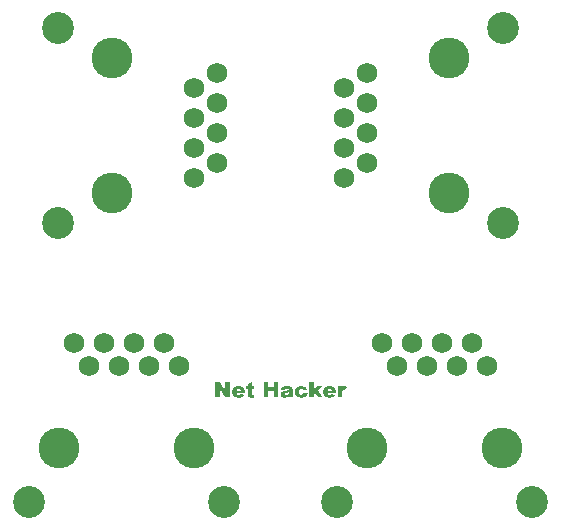
<source format=gbs>
G04 Layer_Color=16711935*
%FSLAX25Y25*%
%MOIN*%
G70*
G01*
G75*
%ADD14C,0.13595*%
%ADD15C,0.10642*%
%ADD16C,0.06800*%
G36*
X372898Y298246D02*
X372694Y298228D01*
X372509Y298200D01*
X372361Y298172D01*
X372241Y298135D01*
X372148Y298108D01*
X372093Y298089D01*
X372083Y298080D01*
X372074D01*
X371982Y298033D01*
X371889Y297987D01*
X371797Y297932D01*
X371723Y297876D01*
X371658Y297830D01*
X371612Y297793D01*
X371575Y297765D01*
X371566Y297756D01*
X371482Y297673D01*
X371408Y297580D01*
X371334Y297497D01*
X371279Y297423D01*
X371233Y297358D01*
X371205Y297303D01*
X371186Y297266D01*
X371177Y297256D01*
X371112Y297109D01*
X371066Y296951D01*
X371038Y296794D01*
X371020Y296646D01*
X371001Y296516D01*
X370992Y296406D01*
Y296369D01*
Y296341D01*
Y296322D01*
Y296313D01*
X371001Y296119D01*
X371020Y295952D01*
X371038Y295804D01*
X371075Y295675D01*
X371103Y295573D01*
X371122Y295508D01*
X371140Y295462D01*
X371149Y295444D01*
X371214Y295323D01*
X371288Y295221D01*
X371353Y295120D01*
X371427Y295037D01*
X371492Y294963D01*
X371538Y294916D01*
X371575Y294879D01*
X371584Y294870D01*
X371695Y294787D01*
X371806Y294713D01*
X371917Y294657D01*
X372019Y294602D01*
X372111Y294565D01*
X372185Y294537D01*
X372232Y294528D01*
X372250Y294518D01*
X372407Y294481D01*
X372574Y294463D01*
X372731Y294444D01*
X372888Y294426D01*
X373027D01*
X373138Y294417D01*
X373231D01*
X373443Y294426D01*
X373638Y294444D01*
X373804Y294472D01*
X373952Y294500D01*
X374063Y294528D01*
X374146Y294555D01*
X374202Y294574D01*
X374220Y294583D01*
X374359Y294648D01*
X374488Y294731D01*
X374600Y294805D01*
X374692Y294879D01*
X374766Y294953D01*
X374821Y295009D01*
X374858Y295046D01*
X374868Y295055D01*
X374960Y295175D01*
X375034Y295305D01*
X375099Y295425D01*
X375154Y295545D01*
X375191Y295647D01*
X375219Y295721D01*
X375229Y295777D01*
X375238Y295795D01*
X373897Y295943D01*
X373860Y295841D01*
X373813Y295749D01*
X373758Y295675D01*
X373711Y295619D01*
X373675Y295564D01*
X373638Y295536D01*
X373619Y295517D01*
X373610Y295508D01*
X373536Y295462D01*
X373462Y295425D01*
X373378Y295407D01*
X373314Y295388D01*
X373249Y295379D01*
X373194Y295370D01*
X373147D01*
X373027Y295379D01*
X372925Y295407D01*
X372833Y295444D01*
X372749Y295490D01*
X372685Y295527D01*
X372639Y295564D01*
X372611Y295591D01*
X372602Y295601D01*
X372528Y295693D01*
X372481Y295804D01*
X372444Y295915D01*
X372416Y296026D01*
X372398Y296128D01*
X372389Y296211D01*
Y296267D01*
Y296276D01*
Y296285D01*
X372398Y296461D01*
X372426Y296618D01*
X372453Y296748D01*
X372500Y296859D01*
X372537Y296942D01*
X372565Y296997D01*
X372592Y297035D01*
X372602Y297044D01*
X372685Y297127D01*
X372777Y297192D01*
X372870Y297229D01*
X372962Y297266D01*
X373045Y297284D01*
X373110Y297293D01*
X373166D01*
X373268Y297284D01*
X373351Y297275D01*
X373425Y297256D01*
X373489Y297229D01*
X373545Y297201D01*
X373582Y297182D01*
X373601Y297173D01*
X373610Y297164D01*
X373665Y297118D01*
X373721Y297062D01*
X373785Y296942D01*
X373813Y296896D01*
X373832Y296849D01*
X373841Y296822D01*
Y296813D01*
X375164Y296988D01*
X375080Y297210D01*
X374979Y297395D01*
X374868Y297562D01*
X374757Y297691D01*
X374655Y297793D01*
X374572Y297876D01*
X374516Y297913D01*
X374507Y297932D01*
X374498D01*
X374405Y297987D01*
X374304Y298043D01*
X374081Y298117D01*
X373860Y298172D01*
X373638Y298218D01*
X373536Y298228D01*
X373434Y298237D01*
X373351Y298246D01*
X373277D01*
X373212Y298255D01*
X373129D01*
X372898Y298246D01*
D02*
G37*
G36*
X355313Y298838D02*
Y298172D01*
X354795D01*
Y297146D01*
X355313D01*
Y295850D01*
X355323Y295638D01*
X355332Y295453D01*
X355350Y295296D01*
X355369Y295166D01*
X355387Y295074D01*
X355406Y295009D01*
X355424Y294963D01*
Y294953D01*
X355470Y294861D01*
X355535Y294777D01*
X355591Y294704D01*
X355656Y294648D01*
X355711Y294602D01*
X355757Y294574D01*
X355785Y294555D01*
X355794Y294546D01*
X355896Y294500D01*
X356026Y294472D01*
X356146Y294444D01*
X356275Y294435D01*
X356396Y294426D01*
X356488Y294417D01*
X356571D01*
X356747Y294426D01*
X356913Y294435D01*
X357080Y294454D01*
X357228Y294472D01*
X357358Y294491D01*
X357459Y294509D01*
X357496Y294518D01*
X357524Y294528D01*
X357552D01*
X357441Y295499D01*
X357339Y295471D01*
X357256Y295453D01*
X357182Y295434D01*
X357117Y295425D01*
X357071D01*
X357034Y295416D01*
X357006D01*
X356950Y295425D01*
X356895Y295434D01*
X356821Y295471D01*
X356784Y295508D01*
X356766Y295527D01*
X356756Y295564D01*
X356747Y295610D01*
X356738Y295712D01*
X356729Y295758D01*
Y295804D01*
Y295832D01*
Y295841D01*
Y297146D01*
X357505D01*
Y298172D01*
X356729D01*
Y299569D01*
X355313Y298838D01*
D02*
G37*
G36*
X382332Y298246D02*
X382166Y298237D01*
X382009Y298209D01*
X381861Y298172D01*
X381722Y298135D01*
X381602Y298089D01*
X381482Y298033D01*
X381380Y297987D01*
X381287Y297941D01*
X381213Y297885D01*
X381139Y297839D01*
X381084Y297802D01*
X381037Y297765D01*
X381010Y297747D01*
X380991Y297728D01*
X380982Y297719D01*
X380890Y297617D01*
X380806Y297506D01*
X380732Y297395D01*
X380667Y297275D01*
X380612Y297155D01*
X380566Y297044D01*
X380501Y296822D01*
X380483Y296720D01*
X380464Y296627D01*
X380455Y296535D01*
X380446Y296461D01*
X380436Y296406D01*
Y296359D01*
Y296332D01*
Y296322D01*
X380446Y296100D01*
X380483Y295906D01*
X380520Y295721D01*
X380575Y295573D01*
X380621Y295444D01*
X380667Y295351D01*
X380677Y295314D01*
X380695Y295286D01*
X380704Y295277D01*
Y295268D01*
X380816Y295111D01*
X380926Y294981D01*
X381047Y294870D01*
X381158Y294777D01*
X381250Y294713D01*
X381333Y294657D01*
X381380Y294630D01*
X381398Y294620D01*
X381565Y294555D01*
X381750Y294500D01*
X381944Y294463D01*
X382129Y294444D01*
X382295Y294426D01*
X382360D01*
X382425Y294417D01*
X382702D01*
X382841Y294426D01*
X382980Y294435D01*
X383100Y294454D01*
X383221Y294472D01*
X383322Y294491D01*
X383415Y294518D01*
X383507Y294537D01*
X383581Y294555D01*
X383646Y294583D01*
X383701Y294602D01*
X383748Y294620D01*
X383785Y294639D01*
X383812Y294648D01*
X383822Y294657D01*
X383831D01*
X383998Y294759D01*
X384145Y294879D01*
X384275Y295018D01*
X384386Y295147D01*
X384478Y295268D01*
X384553Y295360D01*
X384571Y295397D01*
X384590Y295425D01*
X384608Y295444D01*
Y295453D01*
X383221Y295582D01*
X383174Y295517D01*
X383119Y295471D01*
X383082Y295425D01*
X383045Y295397D01*
X382989Y295351D01*
X382980Y295342D01*
X382971D01*
X382897Y295305D01*
X382832Y295286D01*
X382712Y295249D01*
X382656D01*
X382619Y295240D01*
X382582D01*
X382462Y295249D01*
X382360Y295277D01*
X382268Y295314D01*
X382194Y295360D01*
X382129Y295407D01*
X382083Y295444D01*
X382055Y295471D01*
X382046Y295480D01*
X381999Y295554D01*
X381962Y295628D01*
X381907Y295795D01*
X381889Y295869D01*
X381879Y295934D01*
X381870Y295971D01*
Y295989D01*
X384691D01*
Y296146D01*
X384682Y296406D01*
X384654Y296637D01*
X384617Y296831D01*
X384571Y297007D01*
X384525Y297136D01*
X384506Y297192D01*
X384488Y297238D01*
X384469Y297275D01*
X384460Y297303D01*
X384451Y297312D01*
Y297321D01*
X384349Y297479D01*
X384238Y297617D01*
X384127Y297738D01*
X384007Y297839D01*
X383905Y297913D01*
X383822Y297969D01*
X383766Y298006D01*
X383757Y298015D01*
X383748D01*
X383563Y298098D01*
X383359Y298154D01*
X383156Y298200D01*
X382962Y298228D01*
X382786Y298246D01*
X382702D01*
X382638Y298255D01*
X382508D01*
X382332Y298246D01*
D02*
G37*
G36*
X352020D02*
X351854Y298237D01*
X351696Y298209D01*
X351549Y298172D01*
X351410Y298135D01*
X351290Y298089D01*
X351169Y298033D01*
X351067Y297987D01*
X350975Y297941D01*
X350901Y297885D01*
X350827Y297839D01*
X350771Y297802D01*
X350725Y297765D01*
X350697Y297747D01*
X350679Y297728D01*
X350670Y297719D01*
X350577Y297617D01*
X350494Y297506D01*
X350420Y297395D01*
X350355Y297275D01*
X350300Y297155D01*
X350254Y297044D01*
X350189Y296822D01*
X350170Y296720D01*
X350152Y296627D01*
X350143Y296535D01*
X350133Y296461D01*
X350124Y296406D01*
Y296359D01*
Y296332D01*
Y296322D01*
X350133Y296100D01*
X350170Y295906D01*
X350207Y295721D01*
X350263Y295573D01*
X350309Y295444D01*
X350355Y295351D01*
X350364Y295314D01*
X350383Y295286D01*
X350392Y295277D01*
Y295268D01*
X350503Y295111D01*
X350614Y294981D01*
X350734Y294870D01*
X350846Y294777D01*
X350938Y294713D01*
X351021Y294657D01*
X351067Y294630D01*
X351086Y294620D01*
X351253Y294555D01*
X351437Y294500D01*
X351632Y294463D01*
X351817Y294444D01*
X351983Y294426D01*
X352048D01*
X352113Y294417D01*
X352390D01*
X352529Y294426D01*
X352668Y294435D01*
X352788Y294454D01*
X352908Y294472D01*
X353010Y294491D01*
X353102Y294518D01*
X353195Y294537D01*
X353269Y294555D01*
X353334Y294583D01*
X353389Y294602D01*
X353435Y294620D01*
X353472Y294639D01*
X353500Y294648D01*
X353509Y294657D01*
X353519D01*
X353685Y294759D01*
X353833Y294879D01*
X353963Y295018D01*
X354074Y295147D01*
X354166Y295268D01*
X354240Y295360D01*
X354259Y295397D01*
X354277Y295425D01*
X354296Y295444D01*
Y295453D01*
X352908Y295582D01*
X352862Y295517D01*
X352806Y295471D01*
X352769Y295425D01*
X352732Y295397D01*
X352677Y295351D01*
X352668Y295342D01*
X352659D01*
X352585Y295305D01*
X352520Y295286D01*
X352399Y295249D01*
X352344D01*
X352307Y295240D01*
X352270D01*
X352150Y295249D01*
X352048Y295277D01*
X351956Y295314D01*
X351882Y295360D01*
X351817Y295407D01*
X351770Y295444D01*
X351743Y295471D01*
X351733Y295480D01*
X351687Y295554D01*
X351650Y295628D01*
X351595Y295795D01*
X351576Y295869D01*
X351567Y295934D01*
X351558Y295971D01*
Y295989D01*
X354379D01*
Y296146D01*
X354370Y296406D01*
X354342Y296637D01*
X354305Y296831D01*
X354259Y297007D01*
X354212Y297136D01*
X354194Y297192D01*
X354175Y297238D01*
X354157Y297275D01*
X354148Y297303D01*
X354138Y297312D01*
Y297321D01*
X354037Y297479D01*
X353926Y297617D01*
X353815Y297738D01*
X353695Y297839D01*
X353593Y297913D01*
X353509Y297969D01*
X353454Y298006D01*
X353445Y298015D01*
X353435D01*
X353251Y298098D01*
X353047Y298154D01*
X352843Y298200D01*
X352649Y298228D01*
X352473Y298246D01*
X352390D01*
X352326Y298255D01*
X352196D01*
X352020Y298246D01*
D02*
G37*
G36*
X387457D02*
X387365Y298237D01*
X387272Y298209D01*
X387198Y298182D01*
X387142Y298154D01*
X387096Y298135D01*
X387069Y298117D01*
X387059Y298108D01*
X386985Y298043D01*
X386920Y297959D01*
X386791Y297784D01*
X386745Y297701D01*
X386708Y297636D01*
X386680Y297589D01*
X386671Y297571D01*
Y298172D01*
X385357D01*
Y294500D01*
X386772D01*
Y295730D01*
Y295887D01*
X386782Y296036D01*
X386791Y296165D01*
X386809Y296285D01*
X386819Y296396D01*
X386837Y296498D01*
X386856Y296581D01*
X386883Y296665D01*
X386902Y296729D01*
X386920Y296785D01*
X386939Y296831D01*
X386948Y296868D01*
X386976Y296914D01*
X386985Y296933D01*
X387050Y297007D01*
X387124Y297062D01*
X387189Y297109D01*
X387263Y297136D01*
X387328Y297155D01*
X387374Y297164D01*
X387475D01*
X387540Y297146D01*
X387670Y297109D01*
X387725Y297090D01*
X387772Y297072D01*
X387799Y297062D01*
X387808Y297053D01*
X388252Y298061D01*
X388114Y298126D01*
X387984Y298172D01*
X387873Y298209D01*
X387772Y298228D01*
X387688Y298246D01*
X387624Y298255D01*
X387568D01*
X387457Y298246D01*
D02*
G37*
G36*
X367976D02*
X367856Y298237D01*
X367745Y298228D01*
X367653Y298209D01*
X367579Y298200D01*
X367542Y298191D01*
X367523D01*
X367403Y298172D01*
X367301Y298145D01*
X367209Y298117D01*
X367135Y298089D01*
X367079Y298061D01*
X367033Y298043D01*
X367005Y298033D01*
X366996Y298024D01*
X366903Y297969D01*
X366820Y297904D01*
X366746Y297849D01*
X366691Y297793D01*
X366645Y297747D01*
X366607Y297710D01*
X366589Y297682D01*
X366580Y297673D01*
X366533Y297589D01*
X366487Y297497D01*
X366450Y297405D01*
X366423Y297321D01*
X366395Y297238D01*
X366386Y297173D01*
X366367Y297136D01*
Y297118D01*
X367718Y296979D01*
X367745Y297062D01*
X367782Y297127D01*
X367819Y297182D01*
X367856Y297229D01*
X367884Y297266D01*
X367912Y297284D01*
X367921Y297303D01*
X367930D01*
X368004Y297340D01*
X368088Y297368D01*
X368254Y297405D01*
X368328D01*
X368393Y297414D01*
X368541D01*
X368624Y297395D01*
X368689Y297377D01*
X368735Y297358D01*
X368781Y297340D01*
X368809Y297321D01*
X368818Y297312D01*
X368828Y297303D01*
X368864Y297256D01*
X368892Y297201D01*
X368929Y297090D01*
Y297035D01*
X368938Y296988D01*
Y296960D01*
Y296951D01*
X368744Y296877D01*
X368661Y296849D01*
X368587Y296822D01*
X368522Y296803D01*
X368476Y296785D01*
X368439Y296776D01*
X368430D01*
X368384Y296766D01*
X368319Y296748D01*
X368171Y296711D01*
X368004Y296674D01*
X367828Y296637D01*
X367671Y296609D01*
X367597Y296590D01*
X367532Y296581D01*
X367477Y296572D01*
X367440Y296563D01*
X367412Y296553D01*
X367403D01*
X367283Y296526D01*
X367172Y296498D01*
X366987Y296433D01*
X366829Y296369D01*
X366700Y296304D01*
X366607Y296248D01*
X366543Y296202D01*
X366506Y296165D01*
X366496Y296156D01*
X366413Y296054D01*
X366358Y295934D01*
X366312Y295823D01*
X366284Y295712D01*
X366265Y295619D01*
X366256Y295545D01*
Y295490D01*
Y295480D01*
Y295471D01*
X366274Y295305D01*
X366312Y295166D01*
X366358Y295037D01*
X366423Y294925D01*
X366487Y294833D01*
X366533Y294768D01*
X366570Y294731D01*
X366589Y294713D01*
X366728Y294611D01*
X366894Y294546D01*
X367061Y294491D01*
X367218Y294454D01*
X367366Y294435D01*
X367431Y294426D01*
X367486D01*
X367532Y294417D01*
X367597D01*
X367773Y294426D01*
X367939Y294444D01*
X368088Y294463D01*
X368217Y294491D01*
X368319Y294518D01*
X368402Y294546D01*
X368448Y294555D01*
X368467Y294565D01*
X368568Y294611D01*
X368661Y294676D01*
X368754Y294731D01*
X368837Y294796D01*
X368911Y294851D01*
X368966Y294898D01*
X369003Y294935D01*
X369012Y294944D01*
X369031Y294842D01*
X369050Y294768D01*
X369059Y294731D01*
Y294713D01*
X369087Y294648D01*
X369124Y294583D01*
X369161Y294528D01*
X369170Y294509D01*
Y294500D01*
X370493D01*
X370419Y294648D01*
X370400Y294713D01*
X370381Y294768D01*
X370363Y294814D01*
X370354Y294842D01*
X370344Y294861D01*
Y294870D01*
X370335Y294935D01*
X370326Y295000D01*
X370317Y295129D01*
Y295184D01*
Y295231D01*
Y295268D01*
Y295277D01*
Y296896D01*
Y296997D01*
X370298Y297090D01*
X370280Y297182D01*
X370261Y297266D01*
X370243Y297340D01*
X370224Y297395D01*
X370215Y297432D01*
X370206Y297442D01*
X370169Y297543D01*
X370123Y297636D01*
X370076Y297710D01*
X370030Y297775D01*
X369993Y297821D01*
X369956Y297858D01*
X369937Y297876D01*
X369928Y297885D01*
X369827Y297959D01*
X369715Y298024D01*
X369614Y298080D01*
X369512Y298117D01*
X369420Y298145D01*
X369345Y298163D01*
X369299Y298182D01*
X369281D01*
X369133Y298209D01*
X368966Y298228D01*
X368791Y298237D01*
X368633Y298246D01*
X368485Y298255D01*
X368115D01*
X367976Y298246D01*
D02*
G37*
G36*
X360632Y294500D02*
X362195D01*
Y296553D01*
X363916D01*
Y294500D01*
X365488D01*
Y299569D01*
X363916D01*
Y297802D01*
X362195D01*
Y299569D01*
X360632D01*
Y294500D01*
D02*
G37*
G36*
X375885D02*
X377328D01*
Y295453D01*
X377846Y295961D01*
X378595Y294500D01*
X380187D01*
X378790Y296877D01*
X380113Y298172D01*
X378374D01*
X377328Y296960D01*
Y299569D01*
X375885D01*
Y294500D01*
D02*
G37*
G36*
X344500D02*
X345971D01*
Y297293D01*
X347876Y294500D01*
X349356D01*
Y299569D01*
X347876D01*
Y296757D01*
X345952Y299569D01*
X344500D01*
Y294500D01*
D02*
G37*
%LPC*%
G36*
X368929Y296239D02*
X368938D01*
Y296008D01*
Y295915D01*
X368920Y295832D01*
X368911Y295758D01*
X368892Y295703D01*
X368874Y295647D01*
X368864Y295610D01*
X368846Y295591D01*
Y295582D01*
X368809Y295527D01*
X368763Y295471D01*
X368670Y295388D01*
X368624Y295360D01*
X368596Y295333D01*
X368568Y295323D01*
X368559Y295314D01*
X368485Y295277D01*
X368402Y295249D01*
X368328Y295231D01*
X368263Y295221D01*
X368208Y295212D01*
X368162Y295203D01*
X368125D01*
X368051Y295212D01*
X367976Y295221D01*
X367921Y295240D01*
X367875Y295258D01*
X367828Y295277D01*
X367801Y295286D01*
X367792Y295305D01*
X367782D01*
X367745Y295342D01*
X367718Y295388D01*
X367690Y295480D01*
X367681Y295517D01*
X367671Y295545D01*
Y295564D01*
Y295573D01*
X367681Y295628D01*
X367690Y295675D01*
X367727Y295758D01*
X367764Y295813D01*
X367782Y295823D01*
Y295832D01*
X367838Y295878D01*
X367921Y295915D01*
X368004Y295952D01*
X368097Y295989D01*
X368189Y296017D01*
X368263Y296036D01*
X368309Y296045D01*
X368328Y296054D01*
X368559Y296119D01*
X368661Y296146D01*
X368754Y296174D01*
X368828Y296202D01*
X368892Y296220D01*
X368929Y296239D01*
D02*
G37*
G36*
X352196Y297423D02*
X352252D01*
X352353Y297414D01*
X352455Y297395D01*
X352529Y297368D01*
X352603Y297330D01*
X352649Y297293D01*
X352695Y297266D01*
X352714Y297247D01*
X352723Y297238D01*
X352788Y297164D01*
X352834Y297072D01*
X352871Y296979D01*
X352899Y296886D01*
X352918Y296803D01*
X352936Y296729D01*
X352945Y296683D01*
Y296674D01*
Y296665D01*
X351558D01*
X351576Y296776D01*
X351595Y296877D01*
X351623Y296960D01*
X351650Y297035D01*
X351678Y297081D01*
X351696Y297127D01*
X351706Y297146D01*
X351715Y297155D01*
X351798Y297247D01*
X351882Y297312D01*
X351974Y297358D01*
X352057Y297386D01*
X352131Y297414D01*
X352196Y297423D01*
D02*
G37*
G36*
X382508D02*
X382564D01*
X382665Y297414D01*
X382767Y297395D01*
X382841Y297368D01*
X382915Y297330D01*
X382962Y297293D01*
X383008Y297266D01*
X383026Y297247D01*
X383035Y297238D01*
X383100Y297164D01*
X383147Y297072D01*
X383184Y296979D01*
X383211Y296886D01*
X383230Y296803D01*
X383248Y296729D01*
X383258Y296683D01*
Y296674D01*
Y296665D01*
X381870D01*
X381889Y296776D01*
X381907Y296877D01*
X381935Y296960D01*
X381962Y297035D01*
X381990Y297081D01*
X382009Y297127D01*
X382018Y297146D01*
X382027Y297155D01*
X382111Y297247D01*
X382194Y297312D01*
X382286Y297358D01*
X382369Y297386D01*
X382443Y297414D01*
X382508Y297423D01*
D02*
G37*
%LPD*%
D14*
X422500Y362500D02*
D03*
Y407500D02*
D03*
X395000Y277500D02*
D03*
X440000D02*
D03*
X310000Y407500D02*
D03*
Y362500D02*
D03*
X292500Y277500D02*
D03*
X337500D02*
D03*
D15*
X440500Y417500D02*
D03*
Y352500D02*
D03*
X450000Y259500D02*
D03*
X385000D02*
D03*
X292000Y352500D02*
D03*
Y417500D02*
D03*
X347500Y259500D02*
D03*
X282500D02*
D03*
D16*
X387500Y377500D02*
D03*
Y367500D02*
D03*
X395000Y372500D02*
D03*
Y382500D02*
D03*
X387500Y387500D02*
D03*
X395000Y392500D02*
D03*
X387500Y397500D02*
D03*
X395000Y402500D02*
D03*
X410000Y312500D02*
D03*
X400000D02*
D03*
X405000Y305000D02*
D03*
X415000D02*
D03*
X420000Y312500D02*
D03*
X425000Y305000D02*
D03*
X430000Y312500D02*
D03*
X435000Y305000D02*
D03*
X345000Y392500D02*
D03*
Y402500D02*
D03*
X337500Y397500D02*
D03*
Y387500D02*
D03*
X345000Y382500D02*
D03*
X337500Y377500D02*
D03*
X345000Y372500D02*
D03*
X337500Y367500D02*
D03*
X307500Y312500D02*
D03*
X297500D02*
D03*
X302500Y305000D02*
D03*
X312500D02*
D03*
X317500Y312500D02*
D03*
X322500Y305000D02*
D03*
X327500Y312500D02*
D03*
X332500Y305000D02*
D03*
M02*

</source>
